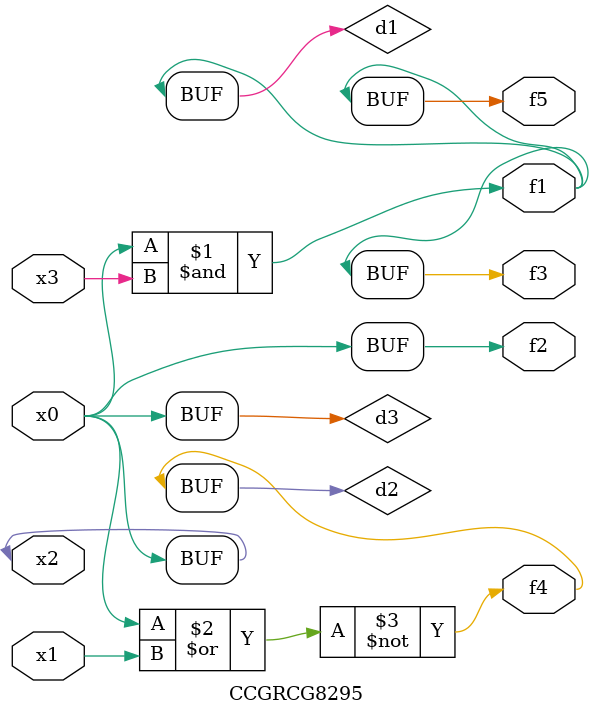
<source format=v>
module CCGRCG8295(
	input x0, x1, x2, x3,
	output f1, f2, f3, f4, f5
);

	wire d1, d2, d3;

	and (d1, x2, x3);
	nor (d2, x0, x1);
	buf (d3, x0, x2);
	assign f1 = d1;
	assign f2 = d3;
	assign f3 = d1;
	assign f4 = d2;
	assign f5 = d1;
endmodule

</source>
